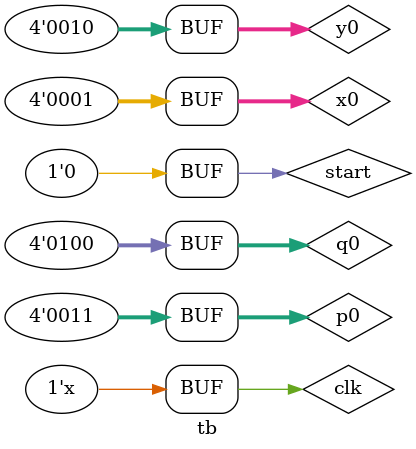
<source format=v>
`timescale 1ns / 1ps

module tb;

	// Inputs
	reg clk =0;
	reg start =1;
	reg [3:0] x0;
	reg [3:0] y0;
	reg [3:0] p0;
	reg [3:0] q0;

	// Outputs
	wire Zi;

	// Instantiate the Unit Under Test (UUT)
	MODIFIED_DUALCLCG_USING_CS3A uut (
		.clk(clk), 
		.start(start), 
		.x0(x0), 
		.y0(y0), 
		.p0(p0), 
		.q0(q0), 
		.Zi(Zi)
	);

always #5 clk = !clk ;
	initial begin
		// Initialize Inputs
		#10 start = 0;
		x0 = 1;
		y0 = 2;
		p0 = 3;
		q0 = 4;

		// Wait 100 ns for global reset to finish
		#100;
        
		// Add stimulus here

	end
      
endmodule

</source>
